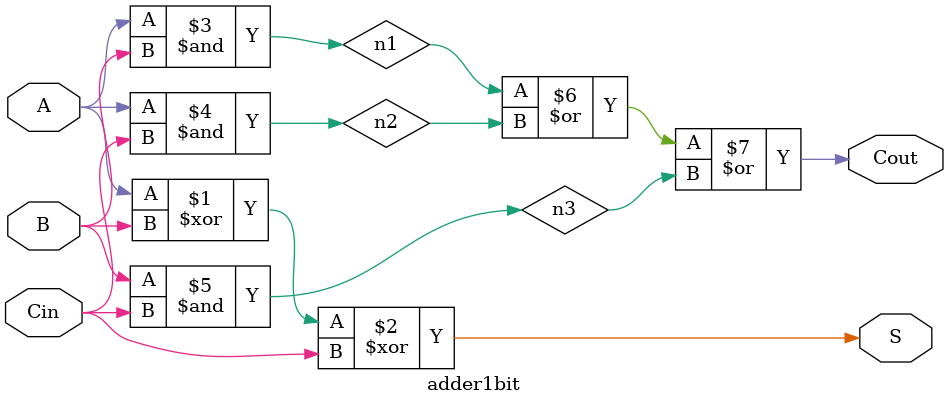
<source format=v>


module adder1bit (A, B, Cin, S, Cout);
	input A,B;			// Two 1-bit addends.
	input Cin;			// 1-bit carry-in.
	output S;			// The 1-bit sum.
	output Cout;		// 1-bit carry-out from the MSB.
	
	wire n1, n2, n3;
	
	xor Gate3(S,A,B,Cin);
	and Gate2(n1, A, B);
	and Gate21(n2, A, Cin);
	and Gate22(n3, B, Cin);
	or Gate1(Cout, n1, n2, n3);
	
endmodule


</source>
